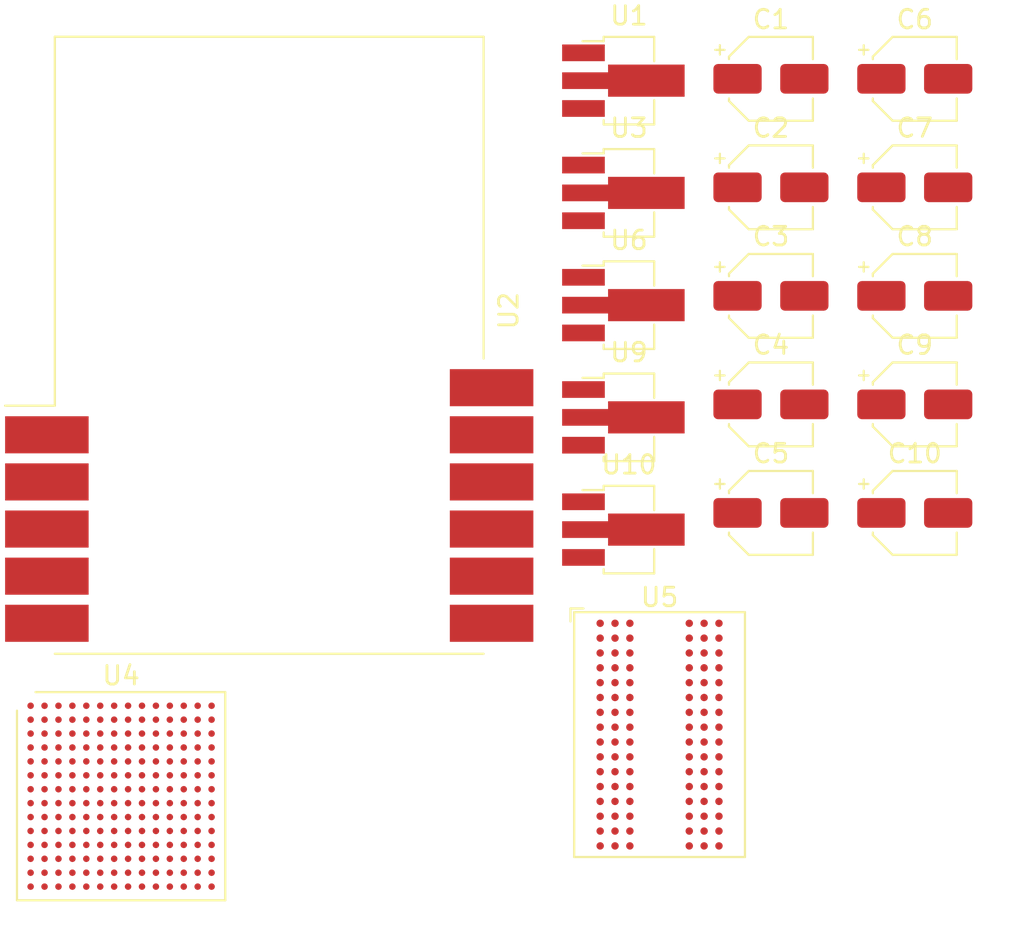
<source format=kicad_pcb>
(kicad_pcb (version 20221018) (generator pcbnew)
  (layers (0 "F.Cu" signal) (31 "B.Cu" signal) (34 "B.Paste" user) (35 "F.Paste" user) (36 "B.SilkS" user "B.Silkscreen") (37 "F.SilkS" user "F.Silkscreen") (38 "B.Mask" user) (39 "F.Mask" user) (44 "Edge.Cuts" user))
  (net 0 "")
  (net 12 "Net-(U3-VI)")
  (net 13 "Earth")
  (net 14 "1v2")
  (net 15 "Net-(U6-VI)")
  (net 16 "1v5_DDR")
  (net 17 "2v5_VDDFUSE")
  (net 18 "3v3")
  (net 19 "Net-(U9-VI)")
  (net 20 "1v2_VCORE")
  (net 54 "Net-(U4F-GNDIODDR-PadC7)")
  (net 67 "Net-(U4E-VDDIOP0-PadD7)")
  (net 77 "Net-(U4E-GNDIOP0-PadE4)")
  (net 80 "Net-(U4E-VDDCORE-PadE8)")
  (net 90 "Net-(U4E-GNDCORE-PadF8)")
  (net 105 "Net-(U4E-VDDANA-PadH2)")
  (net 113 "Net-(U4E-GNDANA-PadJ2)")
  (net 127 "Net-(U4E-VDDIOP1-PadK8)")
  (net 128 "Net-(U4E-GNDIOP1-PadK9)")
  (net 191 "Net-(U5-VSS-PadA9)")
  (net 192 "Net-(U5-VSSQ-PadB1)")
  (net 245 "Net-(U1-VI)")
  (net 246 "Net-(U10-VI)")
  (footprint "Package_TO_SOT_SMD:SOT-89-3_Handsoldering" (layer "F.Cu") (at 33.885 8.575)
    (fp_text reference "U3" (at 0 -3.5) (layer "F.SilkS"))
    (fp_text value "AZ1117-1.2")
    (pad "1" smd rect (at -2.45 -1.5) (size 2.3 0.9) (layers "F.Cu" "F.Paste" "F.Mask") (net 13 "Earth"))
    (pad "2" smd custom (at -2.3625 0) (size 2.475 0.9) (layers "F.Cu" "F.Paste" "F.Mask") (net 14 "1v2") (options (clearance outline) (anchor rect)) (primitives (gr_poly (pts (xy 5.3625 0.8665) (xy 1.2375 0.8665) (xy 1.2375 -0.8665) (xy 5.3625 -0.8665)) (width 0) (fill yes))))
    (pad "3" smd rect (at -2.45 1.5) (size 2.3 0.9) (layers "F.Cu" "F.Paste" "F.Mask") (net 12 "Net-(U3-VI)"))
  )
  (footprint "Package_TO_SOT_SMD:SOT-89-3_Handsoldering" (layer "F.Cu") (at 33.885 20.675)
    (fp_text reference "U9" (at 0 -3.5) (layer "F.SilkS"))
    (fp_text value "AZ1117-1.5")
    (pad "1" smd rect (at -2.45 -1.5) (size 2.3 0.9) (layers "F.Cu" "F.Paste" "F.Mask") (net 13 "Earth"))
    (pad "2" smd custom (at -2.3625 0) (size 2.475 0.9) (layers "F.Cu" "F.Paste" "F.Mask") (net 16 "1v5_DDR") (options (clearance outline) (anchor rect)) (primitives (gr_poly (pts (xy 5.3625 0.8665) (xy 1.2375 0.8665) (xy 1.2375 -0.8665) (xy 5.3625 -0.8665)) (width 0) (fill yes))))
    (pad "3" smd rect (at -2.45 1.5) (size 2.3 0.9) (layers "F.Cu" "F.Paste" "F.Mask") (net 19 "Net-(U9-VI)"))
  )
  (footprint "Package_BGA:BGA-96_9.0x13.0mm_Layout2x3x16_P0.8mm" (layer "F.Cu") (at 35.535 37.775)
    (fp_text reference "U5" (at 0 -7.4) (layer "F.SilkS"))
    (fp_text value "AS4C256M16D3")
    (pad "A1" smd circle (at -3.2 -6) (size 0.4 0.4) (layers "F.Cu" "F.Paste" "F.Mask") (net 16 "1v5_DDR"))
    (pad "A2" smd circle (at -2.4 -6) (size 0.4 0.4) (layers "F.Cu" "F.Paste" "F.Mask"))
    (pad "A3" smd circle (at -1.6 -6) (size 0.4 0.4) (layers "F.Cu" "F.Paste" "F.Mask"))
    (pad "A7" smd circle (at 1.6 -6) (size 0.4 0.4) (layers "F.Cu" "F.Paste" "F.Mask"))
    (pad "A8" smd circle (at 2.4 -6) (size 0.4 0.4) (layers "F.Cu" "F.Paste" "F.Mask") (net 16 "1v5_DDR"))
    (pad "A9" smd circle (at 3.2 -6) (size 0.4 0.4) (layers "F.Cu" "F.Paste" "F.Mask") (net 191 "Net-(U5-VSS-PadA9)"))
    (pad "B1" smd circle (at -3.2 -5.2) (size 0.4 0.4) (layers "F.Cu" "F.Paste" "F.Mask") (net 192 "Net-(U5-VSSQ-PadB1)"))
    (pad "B2" smd circle (at -2.4 -5.2) (size 0.4 0.4) (layers "F.Cu" "F.Paste" "F.Mask") (net 16 "1v5_DDR"))
    (pad "B3" smd circle (at -1.6 -5.2) (size 0.4 0.4) (layers "F.Cu" "F.Paste" "F.Mask") (net 191 "Net-(U5-VSS-PadA9)"))
    (pad "B7" smd circle (at 1.6 -5.2) (size 0.4 0.4) (layers "F.Cu" "F.Paste" "F.Mask"))
    (pad "B8" smd circle (at 2.4 -5.2) (size 0.4 0.4) (layers "F.Cu" "F.Paste" "F.Mask"))
    (pad "B9" smd circle (at 3.2 -5.2) (size 0.4 0.4) (layers "F.Cu" "F.Paste" "F.Mask") (net 192 "Net-(U5-VSSQ-PadB1)"))
    (pad "C1" smd circle (at -3.2 -4.4) (size 0.4 0.4) (layers "F.Cu" "F.Paste" "F.Mask") (net 16 "1v5_DDR"))
    (pad "C2" smd circle (at -2.4 -4.4) (size 0.4 0.4) (layers "F.Cu" "F.Paste" "F.Mask"))
    (pad "C3" smd circle (at -1.6 -4.4) (size 0.4 0.4) (layers "F.Cu" "F.Paste" "F.Mask"))
    (pad "C7" smd circle (at 1.6 -4.4) (size 0.4 0.4) (layers "F.Cu" "F.Paste" "F.Mask"))
    (pad "C8" smd circle (at 2.4 -4.4) (size 0.4 0.4) (layers "F.Cu" "F.Paste" "F.Mask"))
    (pad "C9" smd circle (at 3.2 -4.4) (size 0.4 0.4) (layers "F.Cu" "F.Paste" "F.Mask") (net 16 "1v5_DDR"))
    (pad "D1" smd circle (at -3.2 -3.6) (size 0.4 0.4) (layers "F.Cu" "F.Paste" "F.Mask") (net 192 "Net-(U5-VSSQ-PadB1)"))
    (pad "D2" smd circle (at -2.4 -3.6) (size 0.4 0.4) (layers "F.Cu" "F.Paste" "F.Mask") (net 16 "1v5_DDR"))
    (pad "D3" smd circle (at -1.6 -3.6) (size 0.4 0.4) (layers "F.Cu" "F.Paste" "F.Mask"))
    (pad "D7" smd circle (at 1.6 -3.6) (size 0.4 0.4) (layers "F.Cu" "F.Paste" "F.Mask"))
    (pad "D8" smd circle (at 2.4 -3.6) (size 0.4 0.4) (layers "F.Cu" "F.Paste" "F.Mask") (net 192 "Net-(U5-VSSQ-PadB1)"))
    (pad "D9" smd circle (at 3.2 -3.6) (size 0.4 0.4) (layers "F.Cu" "F.Paste" "F.Mask") (net 16 "1v5_DDR"))
    (pad "E1" smd circle (at -3.2 -2.8) (size 0.4 0.4) (layers "F.Cu" "F.Paste" "F.Mask") (net 191 "Net-(U5-VSS-PadA9)"))
    (pad "E2" smd circle (at -2.4 -2.8) (size 0.4 0.4) (layers "F.Cu" "F.Paste" "F.Mask") (net 192 "Net-(U5-VSSQ-PadB1)"))
    (pad "E3" smd circle (at -1.6 -2.8) (size 0.4 0.4) (layers "F.Cu" "F.Paste" "F.Mask"))
    (pad "E7" smd circle (at 1.6 -2.8) (size 0.4 0.4) (layers "F.Cu" "F.Paste" "F.Mask"))
    (pad "E8" smd circle (at 2.4 -2.8) (size 0.4 0.4) (layers "F.Cu" "F.Paste" "F.Mask") (net 192 "Net-(U5-VSSQ-PadB1)"))
    (pad "E9" smd circle (at 3.2 -2.8) (size 0.4 0.4) (layers "F.Cu" "F.Paste" "F.Mask") (net 16 "1v5_DDR"))
    (pad "F1" smd circle (at -3.2 -2) (size 0.4 0.4) (layers "F.Cu" "F.Paste" "F.Mask") (net 16 "1v5_DDR"))
    (pad "F2" smd circle (at -2.4 -2) (size 0.4 0.4) (layers "F.Cu" "F.Paste" "F.Mask"))
    (pad "F3" smd circle (at -1.6 -2) (size 0.4 0.4) (layers "F.Cu" "F.Paste" "F.Mask"))
    (pad "F7" smd circle (at 1.6 -2) (size 0.4 0.4) (layers "F.Cu" "F.Paste" "F.Mask"))
    (pad "F8" smd circle (at 2.4 -2) (size 0.4 0.4) (layers "F.Cu" "F.Paste" "F.Mask"))
    (pad "F9" smd circle (at 3.2 -2) (size 0.4 0.4) (layers "F.Cu" "F.Paste" "F.Mask") (net 192 "Net-(U5-VSSQ-PadB1)"))
    (pad "G1" smd circle (at -3.2 -1.2) (size 0.4 0.4) (layers "F.Cu" "F.Paste" "F.Mask") (net 192 "Net-(U5-VSSQ-PadB1)"))
    (pad "G2" smd circle (at -2.4 -1.2) (size 0.4 0.4) (layers "F.Cu" "F.Paste" "F.Mask"))
    (pad "G3" smd circle (at -1.6 -1.2) (size 0.4 0.4) (layers "F.Cu" "F.Paste" "F.Mask"))
    (pad "G7" smd circle (at 1.6 -1.2) (size 0.4 0.4) (layers "F.Cu" "F.Paste" "F.Mask") (net 16 "1v5_DDR"))
    (pad "G8" smd circle (at 2.4 -1.2) (size 0.4 0.4) (layers "F.Cu" "F.Paste" "F.Mask") (net 191 "Net-(U5-VSS-PadA9)"))
    (pad "G9" smd circle (at 3.2 -1.2) (size 0.4 0.4) (layers "F.Cu" "F.Paste" "F.Mask") (net 192 "Net-(U5-VSSQ-PadB1)"))
    (pad "H1" smd circle (at -3.2 -0.4) (size 0.4 0.4) (layers "F.Cu" "F.Paste" "F.Mask") (net 16 "1v5_DDR"))
    (pad "H2" smd circle (at -2.4 -0.4) (size 0.4 0.4) (layers "F.Cu" "F.Paste" "F.Mask") (net 16 "1v5_DDR"))
    (pad "H3" smd circle (at -1.6 -0.4) (size 0.4 0.4) (layers "F.Cu" "F.Paste" "F.Mask"))
    (pad "H7" smd circle (at 1.6 -0.4) (size 0.4 0.4) (layers "F.Cu" "F.Paste" "F.Mask"))
    (pad "H8" smd circle (at 2.4 -0.4) (size 0.4 0.4) (layers "F.Cu" "F.Paste" "F.Mask"))
    (pad "H9" smd circle (at 3.2 -0.4) (size 0.4 0.4) (layers "F.Cu" "F.Paste" "F.Mask") (net 16 "1v5_DDR"))
    (pad "J1" smd circle (at -3.2 0.4) (size 0.4 0.4) (layers "F.Cu" "F.Paste" "F.Mask"))
    (pad "J2" smd circle (at -2.4 0.4) (size 0.4 0.4) (layers "F.Cu" "F.Paste" "F.Mask") (net 191 "Net-(U5-VSS-PadA9)"))
    (pad "J3" smd circle (at -1.6 0.4) (size 0.4 0.4) (layers "F.Cu" "F.Paste" "F.Mask"))
    (pad "J7" smd circle (at 1.6 0.4) (size 0.4 0.4) (layers "F.Cu" "F.Paste" "F.Mask"))
    (pad "J8" smd circle (at 2.4 0.4) (size 0.4 0.4) (layers "F.Cu" "F.Paste" "F.Mask") (net 191 "Net-(U5-VSS-PadA9)"))
    (pad "J9" smd circle (at 3.2 0.4) (size 0.4 0.4) (layers "F.Cu" "F.Paste" "F.Mask"))
    (pad "K1" smd circle (at -3.2 1.2) (size 0.4 0.4) (layers "F.Cu" "F.Paste" "F.Mask"))
    (pad "K2" smd circle (at -2.4 1.2) (size 0.4 0.4) (layers "F.Cu" "F.Paste" "F.Mask") (net 16 "1v5_DDR"))
    (pad "K3" smd circle (at -1.6 1.2) (size 0.4 0.4) (layers "F.Cu" "F.Paste" "F.Mask"))
    (pad "K7" smd circle (at 1.6 1.2) (size 0.4 0.4) (layers "F.Cu" "F.Paste" "F.Mask"))
    (pad "K8" smd circle (at 2.4 1.2) (size 0.4 0.4) (layers "F.Cu" "F.Paste" "F.Mask") (net 16 "1v5_DDR"))
    (pad "K9" smd circle (at 3.2 1.2) (size 0.4 0.4) (layers "F.Cu" "F.Paste" "F.Mask"))
    (pad "L1" smd circle (at -3.2 2) (size 0.4 0.4) (layers "F.Cu" "F.Paste" "F.Mask"))
    (pad "L2" smd circle (at -2.4 2) (size 0.4 0.4) (layers "F.Cu" "F.Paste" "F.Mask"))
    (pad "L3" smd circle (at -1.6 2) (size 0.4 0.4) (layers "F.Cu" "F.Paste" "F.Mask"))
    (pad "L7" smd circle (at 1.6 2) (size 0.4 0.4) (layers "F.Cu" "F.Paste" "F.Mask"))
    (pad "L8" smd circle (at 2.4 2) (size 0.4 0.4) (layers "F.Cu" "F.Paste" "F.Mask"))
    (pad "L9" smd circle (at 3.2 2) (size 0.4 0.4) (layers "F.Cu" "F.Paste" "F.Mask"))
    (pad "M1" smd circle (at -3.2 2.8) (size 0.4 0.4) (layers "F.Cu" "F.Paste" "F.Mask") (net 191 "Net-(U5-VSS-PadA9)"))
    (pad "M2" smd circle (at -2.4 2.8) (size 0.4 0.4) (layers "F.Cu" "F.Paste" "F.Mask"))
    (pad "M3" smd circle (at -1.6 2.8) (size 0.4 0.4) (layers "F.Cu" "F.Paste" "F.Mask"))
    (pad "M7" smd circle (at 1.6 2.8) (size 0.4 0.4) (layers "F.Cu" "F.Paste" "F.Mask"))
    (pad "M8" smd circle (at 2.4 2.8) (size 0.4 0.4) (layers "F.Cu" "F.Paste" "F.Mask") (net 16 "1v5_DDR"))
    (pad "M9" smd circle (at 3.2 2.8) (size 0.4 0.4) (layers "F.Cu" "F.Paste" "F.Mask") (net 191 "Net-(U5-VSS-PadA9)"))
    (pad "N1" smd circle (at -3.2 3.6) (size 0.4 0.4) (layers "F.Cu" "F.Paste" "F.Mask") (net 16 "1v5_DDR"))
    (pad "N2" smd circle (at -2.4 3.6) (size 0.4 0.4) (layers "F.Cu" "F.Paste" "F.Mask"))
    (pad "N3" smd circle (at -1.6 3.6) (size 0.4 0.4) (layers "F.Cu" "F.Paste" "F.Mask"))
    (pad "N7" smd circle (at 1.6 3.6) (size 0.4 0.4) (layers "F.Cu" "F.Paste" "F.Mask"))
    (pad "N8" smd circle (at 2.4 3.6) (size 0.4 0.4) (layers "F.Cu" "F.Paste" "F.Mask"))
    (pad "N9" smd circle (at 3.2 3.6) (size 0.4 0.4) (layers "F.Cu" "F.Paste" "F.Mask") (net 16 "1v5_DDR"))
    (pad "P1" smd circle (at -3.2 4.4) (size 0.4 0.4) (layers "F.Cu" "F.Paste" "F.Mask") (net 191 "Net-(U5-VSS-PadA9)"))
    (pad "P2" smd circle (at -2.4 4.4) (size 0.4 0.4) (layers "F.Cu" "F.Paste" "F.Mask"))
    (pad "P3" smd circle (at -1.6 4.4) (size 0.4 0.4) (layers "F.Cu" "F.Paste" "F.Mask"))
    (pad "P7" smd circle (at 1.6 4.4) (size 0.4 0.4) (layers "F.Cu" "F.Paste" "F.Mask"))
    (pad "P8" smd circle (at 2.4 4.4) (size 0.4 0.4) (layers "F.Cu" "F.Paste" "F.Mask"))
    (pad "P9" smd circle (at 3.2 4.4) (size 0.4 0.4) (layers "F.Cu" "F.Paste" "F.Mask") (net 191 "Net-(U5-VSS-PadA9)"))
    (pad "R1" smd circle (at -3.2 5.2) (size 0.4 0.4) (layers "F.Cu" "F.Paste" "F.Mask") (net 16 "1v5_DDR"))
    (pad "R2" smd circle (at -2.4 5.2) (size 0.4 0.4) (layers "F.Cu" "F.Paste" "F.Mask"))
    (pad "R3" smd circle (at -1.6 5.2) (size 0.4 0.4) (layers "F.Cu" "F.Paste" "F.Mask"))
    (pad "R7" smd circle (at 1.6 5.2) (size 0.4 0.4) (layers "F.Cu" "F.Paste" "F.Mask"))
    (pad "R8" smd circle (at 2.4 5.2) (size 0.4 0.4) (layers "F.Cu" "F.Paste" "F.Mask"))
    (pad "R9" smd circle (at 3.2 5.2) (size 0.4 0.4) (layers "F.Cu" "F.Paste" "F.Mask") (net 16 "1v5_DDR"))
    (pad "T1" smd circle (at -3.2 6) (size 0.4 0.4) (layers "F.Cu" "F.Paste" "F.Mask") (net 191 "Net-(U5-VSS-PadA9)"))
    (pad "T2" smd circle (at -2.4 6) (size 0.4 0.4) (layers "F.Cu" "F.Paste" "F.Mask"))
    (pad "T3" smd circle (at -1.6 6) (size 0.4 0.4) (layers "F.Cu" "F.Paste" "F.Mask"))
    (pad "T7" smd circle (at 1.6 6) (size 0.4 0.4) (layers "F.Cu" "F.Paste" "F.Mask"))
    (pad "T8" smd circle (at 2.4 6) (size 0.4 0.4) (layers "F.Cu" "F.Paste" "F.Mask"))
    (pad "T9" smd circle (at 3.2 6) (size 0.4 0.4) (layers "F.Cu" "F.Paste" "F.Mask") (net 191 "Net-(U5-VSS-PadA9)"))
  )
  (footprint "Capacitor_SMD:CP_Elec_4x5.7" (layer "F.Cu") (at 49.285 19.975)
    (fp_text reference "C9" (at 0 -3.2) (layer "F.SilkS"))
    (fp_text value "C_Polarized_US")
    (pad "1" smd roundrect (at -1.8 0) (size 2.6 1.6) (layers "F.Cu" "F.Paste" "F.Mask") (roundrect_rratio 0.15625) (net 246 "Net-(U10-VI)"))
    (pad "2" smd roundrect (at 1.8 0) (size 2.6 1.6) (layers "F.Cu" "F.Paste" "F.Mask") (roundrect_rratio 0.15625) (net 13 "Earth"))
  )
  (footprint "Capacitor_SMD:CP_Elec_4x5.7" (layer "F.Cu") (at 41.535 2.425)
    (fp_text reference "C1" (at 0 -3.2) (layer "F.SilkS"))
    (fp_text value "C_Polarized_US")
    (pad "1" smd roundrect (at -1.8 0) (size 2.6 1.6) (layers "F.Cu" "F.Paste" "F.Mask") (roundrect_rratio 0.15625) (net 12 "Net-(U3-VI)"))
    (pad "2" smd roundrect (at 1.8 0) (size 2.6 1.6) (layers "F.Cu" "F.Paste" "F.Mask") (roundrect_rratio 0.15625) (net 13 "Earth"))
  )
  (footprint "Package_TO_SOT_SMD:SOT-89-3_Handsoldering" (layer "F.Cu") (at 33.885 26.725)
    (fp_text reference "U10" (at 0 -3.5) (layer "F.SilkS"))
    (fp_text value "AZ1117-1.2")
    (pad "1" smd rect (at -2.45 -1.5) (size 2.3 0.9) (layers "F.Cu" "F.Paste" "F.Mask") (net 13 "Earth"))
    (pad "2" smd custom (at -2.3625 0) (size 2.475 0.9) (layers "F.Cu" "F.Paste" "F.Mask") (net 20 "1v2_VCORE") (options (clearance outline) (anchor rect)) (primitives (gr_poly (pts (xy 5.3625 0.8665) (xy 1.2375 0.8665) (xy 1.2375 -0.8665) (xy 5.3625 -0.8665)) (width 0) (fill yes))))
    (pad "3" smd rect (at -2.45 1.5) (size 2.3 0.9) (layers "F.Cu" "F.Paste" "F.Mask") (net 246 "Net-(U10-VI)"))
  )
  (footprint "Capacitor_SMD:CP_Elec_4x5.7" (layer "F.Cu") (at 49.285 8.275)
    (fp_text reference "C7" (at 0 -3.2) (layer "F.SilkS"))
    (fp_text value "C_Polarized_US")
    (pad "1" smd roundrect (at -1.8 0) (size 2.6 1.6) (layers "F.Cu" "F.Paste" "F.Mask") (roundrect_rratio 0.15625) (net 245 "Net-(U1-VI)"))
    (pad "2" smd roundrect (at 1.8 0) (size 2.6 1.6) (layers "F.Cu" "F.Paste" "F.Mask") (roundrect_rratio 0.15625) (net 13 "Earth"))
  )
  (footprint "RF_Module:MOD-nRF8001" (layer "F.Cu") (at 14.505 16.785)
    (fp_text reference "U2" (at 12.9 -1.86 -90) (layer "F.SilkS"))
    (fp_text value "MOD-nRF8001")
    (pad "1" smd rect (at -11.98 4.83 270) (size 2 4.5) (layers "F.Cu" "F.Paste" "F.Mask"))
    (pad "2" smd rect (at -11.98 7.37 270) (size 2 4.5) (layers "F.Cu" "F.Paste" "F.Mask"))
    (pad "3" smd rect (at -11.98 9.91 270) (size 2 4.5) (layers "F.Cu" "F.Paste" "F.Mask"))
    (pad "4" smd rect (at -11.98 12.45 270) (size 2 4.5) (layers "F.Cu" "F.Paste" "F.Mask"))
    (pad "5" smd rect (at -11.98 14.99 270) (size 2 4.5) (layers "F.Cu" "F.Paste" "F.Mask"))
    (pad "6" smd rect (at 11.98 14.99 270) (size 2 4.5) (layers "F.Cu" "F.Paste" "F.Mask"))
    (pad "7" smd rect (at 11.98 12.45 270) (size 2 4.5) (layers "F.Cu" "F.Paste" "F.Mask"))
    (pad "8" smd rect (at 11.98 9.91 270) (size 2 4.5) (layers "F.Cu" "F.Paste" "F.Mask"))
    (pad "9" smd rect (at 11.98 7.37 270) (size 2 4.5) (layers "F.Cu" "F.Paste" "F.Mask"))
    (pad "10" smd rect (at 11.98 4.83 270) (size 2 4.5) (layers "F.Cu" "F.Paste" "F.Mask"))
    (pad "11" smd rect (at 11.98 2.29 270) (size 2 4.5) (layers "F.Cu" "F.Paste" "F.Mask"))
  )
  (footprint "Capacitor_SMD:CP_Elec_4x5.7" (layer "F.Cu") (at 41.535 25.825)
    (fp_text reference "C5" (at 0 -3.2) (layer "F.SilkS"))
    (fp_text value "C_Polarized_US")
    (pad "1" smd roundrect (at -1.8 0) (size 2.6 1.6) (layers "F.Cu" "F.Paste" "F.Mask") (roundrect_rratio 0.15625) (net 15 "Net-(U6-VI)"))
    (pad "2" smd roundrect (at 1.8 0) (size 2.6 1.6) (layers "F.Cu" "F.Paste" "F.Mask") (roundrect_rratio 0.15625) (net 13 "Earth"))
  )
  (footprint "Package_TO_SOT_SMD:SOT-89-3_Handsoldering" (layer "F.Cu") (at 33.885 14.625)
    (fp_text reference "U6" (at 0 -3.5) (layer "F.SilkS"))
    (fp_text value "AZ1117-2.5")
    (pad "1" smd rect (at -2.45 -1.5) (size 2.3 0.9) (layers "F.Cu" "F.Paste" "F.Mask") (net 13 "Earth"))
    (pad "2" smd custom (at -2.3625 0) (size 2.475 0.9) (layers "F.Cu" "F.Paste" "F.Mask") (net 17 "2v5_VDDFUSE") (options (clearance outline) (anchor rect)) (primitives (gr_poly (pts (xy 5.3625 0.8665) (xy 1.2375 0.8665) (xy 1.2375 -0.8665) (xy 5.3625 -0.8665)) (width 0) (fill yes))))
    (pad "3" smd rect (at -2.45 1.5) (size 2.3 0.9) (layers "F.Cu" "F.Paste" "F.Mask") (net 15 "Net-(U6-VI)"))
  )
  (footprint "Package_TO_SOT_SMD:SOT-89-3_Handsoldering" (layer "F.Cu") (at 33.885 2.525)
    (fp_text reference "U1" (at 0 -3.5) (layer "F.SilkS"))
    (fp_text value "AZ1117-3.3")
    (pad "1" smd rect (at -2.45 -1.5) (size 2.3 0.9) (layers "F.Cu" "F.Paste" "F.Mask") (net 13 "Earth"))
    (pad "2" smd custom (at -2.3625 0) (size 2.475 0.9) (layers "F.Cu" "F.Paste" "F.Mask") (net 18 "3v3") (options (clearance outline) (anchor rect)) (primitives (gr_poly (pts (xy 5.3625 0.8665) (xy 1.2375 0.8665) (xy 1.2375 -0.8665) (xy 5.3625 -0.8665)) (width 0) (fill yes))))
    (pad "3" smd rect (at -2.45 1.5) (size 2.3 0.9) (layers "F.Cu" "F.Paste" "F.Mask") (net 245 "Net-(U1-VI)"))
  )
  (footprint "Capacitor_SMD:CP_Elec_4x5.7" (layer "F.Cu") (at 49.285 25.825)
    (fp_text reference "C10" (at 0 -3.2) (layer "F.SilkS"))
    (fp_text value "C_Polarized_US")
    (pad "1" smd roundrect (at -1.8 0) (size 2.6 1.6) (layers "F.Cu" "F.Paste" "F.Mask") (roundrect_rratio 0.15625) (net 20 "1v2_VCORE"))
    (pad "2" smd roundrect (at 1.8 0) (size 2.6 1.6) (layers "F.Cu" "F.Paste" "F.Mask") (roundrect_rratio 0.15625) (net 13 "Earth"))
  )
  (footprint "Capacitor_SMD:CP_Elec_4x5.7" (layer "F.Cu") (at 49.285 2.425)
    (fp_text reference "C6" (at 0 -3.2) (layer "F.SilkS"))
    (fp_text value "C_Polarized_US")
    (pad "1" smd roundrect (at -1.8 0) (size 2.6 1.6) (layers "F.Cu" "F.Paste" "F.Mask") (roundrect_rratio 0.15625) (net 17 "2v5_VDDFUSE"))
    (pad "2" smd roundrect (at 1.8 0) (size 2.6 1.6) (layers "F.Cu" "F.Paste" "F.Mask") (roundrect_rratio 0.15625) (net 13 "Earth"))
  )
  (footprint "Package_BGA:Microchip_TFBGA-196_11x11mm_Layout14x14_P0.75mm_SMD" (layer "F.Cu") (at 6.525 41.095)
    (fp_text reference "U4" (at 0 -6.5) (layer "F.SilkS"))
    (fp_text value "ATSAMA5D21")
    (pad "A1" smd circle (at -4.875 -4.875) (size 0.35 0.35) (layers "F.Cu" "F.Paste" "F.Mask"))
    (pad "A2" smd circle (at -4.125 -4.875) (size 0.35 0.35) (layers "F.Cu" "F.Paste" "F.Mask"))
    (pad "A3" smd circle (at -3.375 -4.875) (size 0.35 0.35) (layers "F.Cu" "F.Paste" "F.Mask"))
    (pad "A4" smd circle (at -2.625 -4.875) (size 0.35 0.35) (layers "F.Cu" "F.Paste" "F.Mask"))
    (pad "A5" smd circle (at -1.875 -4.875) (size 0.35 0.35) (layers "F.Cu" "F.Paste" "F.Mask"))
    (pad "A6" smd circle (at -1.125 -4.875) (size 0.35 0.35) (layers "F.Cu" "F.Paste" "F.Mask"))
    (pad "A7" smd circle (at -0.375 -4.875) (size 0.35 0.35) (layers "F.Cu" "F.Paste" "F.Mask"))
    (pad "A8" smd circle (at 0.375 -4.875) (size 0.35 0.35) (layers "F.Cu" "F.Paste" "F.Mask"))
    (pad "A9" smd circle (at 1.125 -4.875) (size 0.35 0.35) (layers "F.Cu" "F.Paste" "F.Mask"))
    (pad "A10" smd circle (at 1.875 -4.875) (size 0.35 0.35) (layers "F.Cu" "F.Paste" "F.Mask"))
    (pad "A11" smd circle (at 2.625 -4.875) (size 0.35 0.35) (layers "F.Cu" "F.Paste" "F.Mask"))
    (pad "A12" smd circle (at 3.375 -4.875) (size 0.35 0.35) (layers "F.Cu" "F.Paste" "F.Mask"))
    (pad "A13" smd circle (at 4.125 -4.875) (size 0.35 0.35) (layers "F.Cu" "F.Paste" "F.Mask"))
    (pad "A14" smd circle (at 4.875 -4.875) (size 0.35 0.35) (layers "F.Cu" "F.Paste" "F.Mask"))
    (pad "B1" smd circle (at -4.875 -4.125) (size 0.35 0.35) (layers "F.Cu" "F.Paste" "F.Mask"))
    (pad "B2" smd circle (at -4.125 -4.125) (size 0.35 0.35) (layers "F.Cu" "F.Paste" "F.Mask"))
    (pad "B3" smd circle (at -3.375 -4.125) (size 0.35 0.35) (layers "F.Cu" "F.Paste" "F.Mask"))
    (pad "B4" smd circle (at -2.625 -4.125) (size 0.35 0.35) (layers "F.Cu" "F.Paste" "F.Mask"))
    (pad "B5" smd circle (at -1.875 -4.125) (size 0.35 0.35) (layers "F.Cu" "F.Paste" "F.Mask"))
    (pad "B6" smd circle (at -1.125 -4.125) (size 0.35 0.35) (layers "F.Cu" "F.Paste" "F.Mask"))
    (pad "B7" smd circle (at -0.375 -4.125) (size 0.35 0.35) (layers "F.Cu" "F.Paste" "F.Mask"))
    (pad "B8" smd circle (at 0.375 -4.125) (size 0.35 0.35) (layers "F.Cu" "F.Paste" "F.Mask"))
    (pad "B9" smd circle (at 1.125 -4.125) (size 0.35 0.35) (layers "F.Cu" "F.Paste" "F.Mask"))
    (pad "B10" smd circle (at 1.875 -4.125) (size 0.35 0.35) (layers "F.Cu" "F.Paste" "F.Mask"))
    (pad "B11" smd circle (at 2.625 -4.125) (size 0.35 0.35) (layers "F.Cu" "F.Paste" "F.Mask"))
    (pad "B12" smd circle (at 3.375 -4.125) (size 0.35 0.35) (layers "F.Cu" "F.Paste" "F.Mask"))
    (pad "B13" smd circle (at 4.125 -4.125) (size 0.35 0.35) (layers "F.Cu" "F.Paste" "F.Mask"))
    (pad "B14" smd circle (at 4.875 -4.125) (size 0.35 0.35) (layers "F.Cu" "F.Paste" "F.Mask"))
    (pad "C1" smd circle (at -4.875 -3.375) (size 0.35 0.35) (layers "F.Cu" "F.Paste" "F.Mask"))
    (pad "C2" smd circle (at -4.125 -3.375) (size 0.35 0.35) (layers "F.Cu" "F.Paste" "F.Mask"))
    (pad "C3" smd circle (at -3.375 -3.375) (size 0.35 0.35) (layers "F.Cu" "F.Paste" "F.Mask"))
    (pad "C4" smd circle (at -2.625 -3.375) (size 0.35 0.35) (layers "F.Cu" "F.Paste" "F.Mask"))
    (pad "C5" smd circle (at -1.875 -3.375) (size 0.35 0.35) (layers "F.Cu" "F.Paste" "F.Mask"))
    (pad "C6" smd circle (at -1.125 -3.375) (size 0.35 0.35) (layers "F.Cu" "F.Paste" "F.Mask") (net 16 "1v5_DDR"))
    (pad "C7" smd circle (at -0.375 -3.375) (size 0.35 0.35) (layers "F.Cu" "F.Paste" "F.Mask") (net 54 "Net-(U4F-GNDIODDR-PadC7)"))
    (pad "C8" smd circle (at 0.375 -3.375) (size 0.35 0.35) (layers "F.Cu" "F.Paste" "F.Mask"))
    (pad "C9" smd circle (at 1.125 -3.375) (size 0.35 0.35) (layers "F.Cu" "F.Paste" "F.Mask"))
    (pad "C10" smd circle (at 1.875 -3.375) (size 0.35 0.35) (layers "F.Cu" "F.Paste" "F.Mask"))
    (pad "C11" smd circle (at 2.625 -3.375) (size 0.35 0.35) (layers "F.Cu" "F.Paste" "F.Mask"))
    (pad "C12" smd circle (at 3.375 -3.375) (size 0.35 0.35) (layers "F.Cu" "F.Paste" "F.Mask") (net 16 "1v5_DDR"))
    (pad "C13" smd circle (at 4.125 -3.375) (size 0.35 0.35) (layers "F.Cu" "F.Paste" "F.Mask"))
    (pad "C14" smd circle (at 4.875 -3.375) (size 0.35 0.35) (layers "F.Cu" "F.Paste" "F.Mask"))
    (pad "D1" smd circle (at -4.875 -2.625) (size 0.35 0.35) (layers "F.Cu" "F.Paste" "F.Mask"))
    (pad "D2" smd circle (at -4.125 -2.625) (size 0.35 0.35) (layers "F.Cu" "F.Paste" "F.Mask"))
    (pad "D3" smd circle (at -3.375 -2.625) (size 0.35 0.35) (layers "F.Cu" "F.Paste" "F.Mask"))
    (pad "D4" smd circle (at -2.625 -2.625) (size 0.35 0.35) (layers "F.Cu" "F.Paste" "F.Mask"))
    (pad "D5" smd circle (at -1.875 -2.625) (size 0.35 0.35) (layers "F.Cu" "F.Paste" "F.Mask"))
    (pad "D6" smd circle (at -1.125 -2.625) (size 0.35 0.35) (layers "F.Cu" "F.Paste" "F.Mask"))
    (pad "D7" smd circle (at -0.375 -2.625) (size 0.35 0.35) (layers "F.Cu" "F.Paste" "F.Mask") (net 67 "Net-(U4E-VDDIOP0-PadD7)"))
    (pad "D8" smd circle (at 0.375 -2.625) (size 0.35 0.35) (layers "F.Cu" "F.Paste" "F.Mask"))
    (pad "D9" smd circle (at 1.125 -2.625) (size 0.35 0.35) (layers "F.Cu" "F.Paste" "F.Mask"))
    (pad "D10" smd circle (at 1.875 -2.625) (size 0.35 0.35) (layers "F.Cu" "F.Paste" "F.Mask"))
    (pad "D11" smd circle (at 2.625 -2.625) (size 0.35 0.35) (layers "F.Cu" "F.Paste" "F.Mask"))
    (pad "D12" smd circle (at 3.375 -2.625) (size 0.35 0.35) (layers "F.Cu" "F.Paste" "F.Mask") (net 54 "Net-(U4F-GNDIODDR-PadC7)"))
    (pad "D13" smd circle (at 4.125 -2.625) (size 0.35 0.35) (layers "F.Cu" "F.Paste" "F.Mask"))
    (pad "D14" smd circle (at 4.875 -2.625) (size 0.35 0.35) (layers "F.Cu" "F.Paste" "F.Mask"))
    (pad "E1" smd circle (at -4.875 -1.875) (size 0.35 0.35) (layers "F.Cu" "F.Paste" "F.Mask"))
    (pad "E2" smd circle (at -4.125 -1.875) (size 0.35 0.35) (layers "F.Cu" "F.Paste" "F.Mask"))
    (pad "E3" smd circle (at -3.375 -1.875) (size 0.35 0.35) (layers "F.Cu" "F.Paste" "F.Mask"))
    (pad "E4" smd circle (at -2.625 -1.875) (size 0.35 0.35) (layers "F.Cu" "F.Paste" "F.Mask") (net 77 "Net-(U4E-GNDIOP0-PadE4)"))
    (pad "E5" smd circle (at -1.875 -1.875) (size 0.35 0.35) (layers "F.Cu" "F.Paste" "F.Mask"))
    (pad "E6" smd circle (at -1.125 -1.875) (size 0.35 0.35) (layers "F.Cu" "F.Paste" "F.Mask"))
    (pad "E7" smd circle (at -0.375 -1.875) (size 0.35 0.35) (layers "F.Cu" "F.Paste" "F.Mask") (net 77 "Net-(U4E-GNDIOP0-PadE4)"))
    (pad "E8" smd circle (at 0.375 -1.875) (size 0.35 0.35) (layers "F.Cu" "F.Paste" "F.Mask") (net 80 "Net-(U4E-VDDCORE-PadE8)"))
    (pad "E9" smd circle (at 1.125 -1.875) (size 0.35 0.35) (layers "F.Cu" "F.Paste" "F.Mask") (net 54 "Net-(U4F-GNDIODDR-PadC7)"))
    (pad "E10" smd circle (at 1.875 -1.875) (size 0.35 0.35) (layers "F.Cu" "F.Paste" "F.Mask") (net 16 "1v5_DDR"))
    (pad "E11" smd circle (at 2.625 -1.875) (size 0.35 0.35) (layers "F.Cu" "F.Paste" "F.Mask"))
    (pad "E12" smd circle (at 3.375 -1.875) (size 0.35 0.35) (layers "F.Cu" "F.Paste" "F.Mask") (net 16 "1v5_DDR"))
    (pad "E13" smd circle (at 4.125 -1.875) (size 0.35 0.35) (layers "F.Cu" "F.Paste" "F.Mask"))
    (pad "E14" smd circle (at 4.875 -1.875) (size 0.35 0.35) (layers "F.Cu" "F.Paste" "F.Mask"))
    (pad "F1" smd circle (at -4.875 -1.125) (size 0.35 0.35) (layers "F.Cu" "F.Paste" "F.Mask"))
    (pad "F2" smd circle (at -4.125 -1.125) (size 0.35 0.35) (layers "F.Cu" "F.Paste" "F.Mask"))
    (pad "F3" smd circle (at -3.375 -1.125) (size 0.35 0.35) (layers "F.Cu" "F.Paste" "F.Mask"))
    (pad "F4" smd circle (at -2.625 -1.125) (size 0.35 0.35) (layers "F.Cu" "F.Paste" "F.Mask") (net 67 "Net-(U4E-VDDIOP0-PadD7)"))
    (pad "F5" smd circle (at -1.875 -1.125) (size 0.35 0.35) (layers "F.Cu" "F.Paste" "F.Mask"))
    (pad "F6" smd circle (at -1.125 -1.125) (size 0.35 0.35) (layers "F.Cu" "F.Paste" "F.Mask"))
    (pad "F7" smd circle (at -0.375 -1.125) (size 0.35 0.35) (layers "F.Cu" "F.Paste" "F.Mask"))
    (pad "F8" smd circle (at 0.375 -1.125) (size 0.35 0.35) (layers "F.Cu" "F.Paste" "F.Mask") (net 90 "Net-(U4E-GNDCORE-PadF8)"))
    (pad "F9" smd circle (at 1.125 -1.125) (size 0.35 0.35) (layers "F.Cu" "F.Paste" "F.Mask"))
    (pad "F10" smd circle (at 1.875 -1.125) (size 0.35 0.35) (layers "F.Cu" "F.Paste" "F.Mask"))
    (pad "F11" smd circle (at 2.625 -1.125) (size 0.35 0.35) (layers "F.Cu" "F.Paste" "F.Mask"))
    (pad "F12" smd circle (at 3.375 -1.125) (size 0.35 0.35) (layers "F.Cu" "F.Paste" "F.Mask") (net 54 "Net-(U4F-GNDIODDR-PadC7)"))
    (pad "F13" smd circle (at 4.125 -1.125) (size 0.35 0.35) (layers "F.Cu" "F.Paste" "F.Mask"))
    (pad "F14" smd circle (at 4.875 -1.125) (size 0.35 0.35) (layers "F.Cu" "F.Paste" "F.Mask"))
    (pad "G1" smd circle (at -4.875 -0.375) (size 0.35 0.35) (layers "F.Cu" "F.Paste" "F.Mask"))
    (pad "G2" smd circle (at -4.125 -0.375) (size 0.35 0.35) (layers "F.Cu" "F.Paste" "F.Mask"))
    (pad "G3" smd circle (at -3.375 -0.375) (size 0.35 0.35) (layers "F.Cu" "F.Paste" "F.Mask"))
    (pad "G4" smd circle (at -2.625 -0.375) (size 0.35 0.35) (layers "F.Cu" "F.Paste" "F.Mask"))
    (pad "G5" smd circle (at -1.875 -0.375) (size 0.35 0.35) (layers "F.Cu" "F.Paste" "F.Mask"))
    (pad "G6" smd circle (at -1.125 -0.375) (size 0.35 0.35) (layers "F.Cu" "F.Paste" "F.Mask"))
    (pad "G7" smd circle (at -0.375 -0.375) (size 0.35 0.35) (layers "F.Cu" "F.Paste" "F.Mask") (net 90 "Net-(U4E-GNDCORE-PadF8)"))
    (pad "G8" smd circle (at 0.375 -0.375) (size 0.35 0.35) (layers "F.Cu" "F.Paste" "F.Mask") (net 80 "Net-(U4E-VDDCORE-PadE8)"))
    (pad "G9" smd circle (at 1.125 -0.375) (size 0.35 0.35) (layers "F.Cu" "F.Paste" "F.Mask") (net 90 "Net-(U4E-GNDCORE-PadF8)"))
    (pad "G10" smd circle (at 1.875 -0.375) (size 0.35 0.35) (layers "F.Cu" "F.Paste" "F.Mask") (net 16 "1v5_DDR"))
    (pad "G11" smd circle (at 2.625 -0.375) (size 0.35 0.35) (layers "F.Cu" "F.Paste" "F.Mask") (net 54 "Net-(U4F-GNDIODDR-PadC7)"))
    (pad "G12" smd circle (at 3.375 -0.375) (size 0.35 0.35) (layers "F.Cu" "F.Paste" "F.Mask") (net 16 "1v5_DDR"))
    (pad "G13" smd circle (at 4.125 -0.375) (size 0.35 0.35) (layers "F.Cu" "F.Paste" "F.Mask"))
    (pad "G14" smd circle (at 4.875 -0.375) (size 0.35 0.35) (layers "F.Cu" "F.Paste" "F.Mask"))
    (pad "H1" smd circle (at -4.875 0.375) (size 0.35 0.35) (layers "F.Cu" "F.Paste" "F.Mask"))
    (pad "H2" smd circle (at -4.125 0.375) (size 0.35 0.35) (layers "F.Cu" "F.Paste" "F.Mask") (net 105 "Net-(U4E-VDDANA-PadH2)"))
    (pad "H3" smd circle (at -3.375 0.375) (size 0.35 0.35) (layers "F.Cu" "F.Paste" "F.Mask"))
    (pad "H4" smd circle (at -2.625 0.375) (size 0.35 0.35) (layers "F.Cu" "F.Paste" "F.Mask"))
    (pad "H5" smd circle (at -1.875 0.375) (size 0.35 0.35) (layers "F.Cu" "F.Paste" "F.Mask"))
    (pad "H6" smd circle (at -1.125 0.375) (size 0.35 0.35) (layers "F.Cu" "F.Paste" "F.Mask"))
    (pad "H7" smd circle (at -0.375 0.375) (size 0.35 0.35) (layers "F.Cu" "F.Paste" "F.Mask") (net 90 "Net-(U4E-GNDCORE-PadF8)"))
    (pad "H8" smd circle (at 0.375 0.375) (size 0.35 0.35) (layers "F.Cu" "F.Paste" "F.Mask") (net 80 "Net-(U4E-VDDCORE-PadE8)"))
    (pad "H9" smd circle (at 1.125 0.375) (size 0.35 0.35) (layers "F.Cu" "F.Paste" "F.Mask") (net 80 "Net-(U4E-VDDCORE-PadE8)"))
    (pad "H10" smd circle (at 1.875 0.375) (size 0.35 0.35) (layers "F.Cu" "F.Paste" "F.Mask") (net 54 "Net-(U4F-GNDIODDR-PadC7)"))
    (pad "H11" smd circle (at 2.625 0.375) (size 0.35 0.35) (layers "F.Cu" "F.Paste" "F.Mask") (net 16 "1v5_DDR"))
    (pad "H12" smd circle (at 3.375 0.375) (size 0.35 0.35) (layers "F.Cu" "F.Paste" "F.Mask") (net 16 "1v5_DDR"))
    (pad "H13" smd circle (at 4.125 0.375) (size 0.35 0.35) (layers "F.Cu" "F.Paste" "F.Mask"))
    (pad "H14" smd circle (at 4.875 0.375) (size 0.35 0.35) (layers "F.Cu" "F.Paste" "F.Mask"))
    (pad "J1" smd circle (at -4.875 1.125) (size 0.35 0.35) (layers "F.Cu" "F.Paste" "F.Mask"))
    (pad "J2" smd circle (at -4.125 1.125) (size 0.35 0.35) (layers "F.Cu" "F.Paste" "F.Mask") (net 113 "Net-(U4E-GNDANA-PadJ2)"))
    (pad "J3" smd circle (at -3.375 1.125) (size 0.35 0.35) (layers "F.Cu" "F.Paste" "F.Mask"))
    (pad "J4" smd circle (at -2.625 1.125) (size 0.35 0.35) (layers "F.Cu" "F.Paste" "F.Mask") (net 90 "Net-(U4E-GNDCORE-PadF8)"))
    (pad "J5" smd circle (at -1.875 1.125) (size 0.35 0.35) (layers "F.Cu" "F.Paste" "F.Mask") (net 80 "Net-(U4E-VDDCORE-PadE8)"))
    (pad "J6" smd circle (at -1.125 1.125) (size 0.35 0.35) (layers "F.Cu" "F.Paste" "F.Mask"))
    (pad "J7" smd circle (at -0.375 1.125) (size 0.35 0.35) (layers "F.Cu" "F.Paste" "F.Mask"))
    (pad "J8" smd circle (at 0.375 1.125) (size 0.35 0.35) (layers "F.Cu" "F.Paste" "F.Mask"))
    (pad "J9" smd circle (at 1.125 1.125) (size 0.35 0.35) (layers "F.Cu" "F.Paste" "F.Mask"))
    (pad "J10" smd circle (at 1.875 1.125) (size 0.35 0.35) (layers "F.Cu" "F.Paste" "F.Mask") (net 16 "1v5_DDR"))
    (pad "J11" smd circle (at 2.625 1.125) (size 0.35 0.35) (layers "F.Cu" "F.Paste" "F.Mask") (net 54 "Net-(U4F-GNDIODDR-PadC7)"))
    (pad "J12" smd circle (at 3.375 1.125) (size 0.35 0.35) (layers "F.Cu" "F.Paste" "F.Mask"))
    (pad "J13" smd circle (at 4.125 1.125) (size 0.35 0.35) (layers "F.Cu" "F.Paste" "F.Mask"))
    (pad "J14" smd circle (at 4.875 1.125) (size 0.35 0.35) (layers "F.Cu" "F.Paste" "F.Mask"))
    (pad "K1" smd circle (at -4.875 1.875) (size 0.35 0.35) (layers "F.Cu" "F.Paste" "F.Mask"))
    (pad "K2" smd circle (at -4.125 1.875) (size 0.35 0.35) (layers "F.Cu" "F.Paste" "F.Mask"))
    (pad "K3" smd circle (at -3.375 1.875) (size 0.35 0.35) (layers "F.Cu" "F.Paste" "F.Mask") (net 105 "Net-(U4E-VDDANA-PadH2)"))
    (pad "K4" smd circle (at -2.625 1.875) (size 0.35 0.35) (layers "F.Cu" "F.Paste" "F.Mask") (net 113 "Net-(U4E-GNDANA-PadJ2)"))
    (pad "K5" smd circle (at -1.875 1.875) (size 0.35 0.35) (layers "F.Cu" "F.Paste" "F.Mask"))
    (pad "K6" smd circle (at -1.125 1.875) (size 0.35 0.35) (layers "F.Cu" "F.Paste" "F.Mask"))
    (pad "K7" smd circle (at -0.375 1.875) (size 0.35 0.35) (layers "F.Cu" "F.Paste" "F.Mask"))
    (pad "K8" smd circle (at 0.375 1.875) (size 0.35 0.35) (layers "F.Cu" "F.Paste" "F.Mask") (net 127 "Net-(U4E-VDDIOP1-PadK8)"))
    (pad "K9" smd circle (at 1.125 1.875) (size 0.35 0.35) (layers "F.Cu" "F.Paste" "F.Mask") (net 128 "Net-(U4E-GNDIOP1-PadK9)"))
    (pad "K10" smd circle (at 1.875 1.875) (size 0.35 0.35) (layers "F.Cu" "F.Paste" "F.Mask"))
    (pad "K11" smd circle (at 2.625 1.875) (size 0.35 0.35) (layers "F.Cu" "F.Paste" "F.Mask"))
    (pad "K12" smd circle (at 3.375 1.875) (size 0.35 0.35) (layers "F.Cu" "F.Paste" "F.Mask"))
    (pad "K13" smd circle (at 4.125 1.875) (size 0.35 0.35) (layers "F.Cu" "F.Paste" "F.Mask"))
    (pad "K14" smd circle (at 4.875 1.875) (size 0.35 0.35) (layers "F.Cu" "F.Paste" "F.Mask"))
    (pad "L1" smd circle (at -4.875 2.625) (size 0.35 0.35) (layers "F.Cu" "F.Paste" "F.Mask"))
    (pad "L2" smd circle (at -4.125 2.625) (size 0.35 0.35) (layers "F.Cu" "F.Paste" "F.Mask"))
    (pad "L3" smd circle (at -3.375 2.625) (size 0.35 0.35) (layers "F.Cu" "F.Paste" "F.Mask"))
    (pad "L4" smd circle (at -2.625 2.625) (size 0.35 0.35) (layers "F.Cu" "F.Paste" "F.Mask"))
    (pad "L5" smd circle (at -1.875 2.625) (size 0.35 0.35) (layers "F.Cu" "F.Paste" "F.Mask"))
    (pad "L6" smd circle (at -1.125 2.625) (size 0.35 0.35) (layers "F.Cu" "F.Paste" "F.Mask"))
    (pad "L7" smd circle (at -0.375 2.625) (size 0.35 0.35) (layers "F.Cu" "F.Paste" "F.Mask"))
    (pad "L8" smd circle (at 0.375 2.625) (size 0.35 0.35) (layers "F.Cu" "F.Paste" "F.Mask"))
    (pad "L9" smd circle (at 1.125 2.625) (size 0.35 0.35) (layers "F.Cu" "F.Paste" "F.Mask"))
    (pad "L10" smd circle (at 1.875 2.625) (size 0.35 0.35) (layers "F.Cu" "F.Paste" "F.Mask"))
    (pad "L11" smd circle (at 2.625 2.625) (size 0.35 0.35) (layers "F.Cu" "F.Paste" "F.Mask") (net 127 "Net-(U4E-VDDIOP1-PadK8)"))
    (pad "L12" smd circle (at 3.375 2.625) (size 0.35 0.35) (layers "F.Cu" "F.Paste" "F.Mask") (net 128 "Net-(U4E-GNDIOP1-PadK9)"))
    (pad "L13" smd circle (at 4.125 2.625) (size 0.35 0.35) (layers "F.Cu" "F.Paste" "F.Mask"))
    (pad "L14" smd circle (at 4.875 2.625) (size 0.35 0.35) (layers "F.Cu" "F.Paste" "F.Mask"))
    (pad "M1" smd circle (at -4.875 3.375) (size 0.35 0.35) (layers "F.Cu" "F.Paste" "F.Mask"))
    (pad "M2" smd circle (at -4.125 3.375) (size 0.35 0.35) (layers "F.Cu" "F.Paste" "F.Mask"))
    (pad "M3" smd circle (at -3.375 3.375) (size 0.35 0.35) (layers "F.Cu" "F.Paste" "F.Mask"))
    (pad "M4" smd circle (at -2.625 3.375) (size 0.35 0.35) (layers "F.Cu" "F.Paste" "F.Mask"))
    (pad "M5" smd circle (at -1.875 3.375) (size 0.35 0.35) (layers "F.Cu" "F.Paste" "F.Mask"))
    (pad "M6" smd circle (at -1.125 3.375) (size 0.35 0.35) (layers "F.Cu" "F.Paste" "F.Mask"))
    (pad "M7" smd circle (at -0.375 3.375) (size 0.35 0.35) (layers "F.Cu" "F.Paste" "F.Mask"))
    (pad "M8" smd circle (at 0.375 3.375) (size 0.35 0.35) (layers "F.Cu" "F.Paste" "F.Mask"))
    (pad "M9" smd circle (at 1.125 3.375) (size 0.35 0.35) (layers "F.Cu" "F.Paste" "F.Mask"))
    (pad "M10" smd circle (at 1.875 3.375) (size 0.35 0.35) (layers "F.Cu" "F.Paste" "F.Mask"))
    (pad "M11" smd circle (at 2.625 3.375) (size 0.35 0.35) (layers "F.Cu" "F.Paste" "F.Mask"))
    (pad "M12" smd circle (at 3.375 3.375) (size 0.35 0.35) (layers "F.Cu" "F.Paste" "F.Mask"))
    (pad "M13" smd circle (at 4.125 3.375) (size 0.35 0.35) (layers "F.Cu" "F.Paste" "F.Mask"))
    (pad "M14" smd circle (at 4.875 3.375) (size 0.35 0.35) (layers "F.Cu" "F.Paste" "F.Mask"))
    (pad "N1" smd circle (at -4.875 4.125) (size 0.35 0.35) (layers "F.Cu" "F.Paste" "F.Mask"))
    (pad "N2" smd circle (at -4.125 4.125) (size 0.35 0.35) (layers "F.Cu" "F.Paste" "F.Mask"))
    (pad "N3" smd circle (at -3.375 4.125) (size 0.35 0.35) (layers "F.Cu" "F.Paste" "F.Mask"))
    (pad "N4" smd circle (at -2.625 4.125) (size 0.35 0.35) (layers "F.Cu" "F.Paste" "F.Mask"))
    (pad "N5" smd circle (at -1.875 4.125) (size 0.35 0.35) (layers "F.Cu" "F.Paste" "F.Mask"))
    (pad "N6" smd circle (at -1.125 4.125) (size 0.35 0.35) (layers "F.Cu" "F.Paste" "F.Mask"))
    (pad "N7" smd circle (at -0.375 4.125) (size 0.35 0.35) (layers "F.Cu" "F.Paste" "F.Mask"))
    (pad "N8" smd circle (at 0.375 4.125) (size 0.35 0.35) (layers "F.Cu" "F.Paste" "F.Mask"))
    (pad "N9" smd circle (at 1.125 4.125) (size 0.35 0.35) (layers "F.Cu" "F.Paste" "F.Mask"))
    (pad "N10" smd circle (at 1.875 4.125) (size 0.35 0.35) (layers "F.Cu" "F.Paste" "F.Mask"))
    (pad "N11" smd circle (at 2.625 4.125) (size 0.35 0.35) (layers "F.Cu" "F.Paste" "F.Mask"))
    (pad "N12" smd circle (at 3.375 4.125) (size 0.35 0.35) (layers "F.Cu" "F.Paste" "F.Mask"))
    (pad "N13" smd circle (at 4.125 4.125) (size 0.35 0.35) (layers "F.Cu" "F.Paste" "F.Mask"))
    (pad "N14" smd circle (at 4.875 4.125) (size 0.35 0.35) (layers "F.Cu" "F.Paste" "F.Mask"))
    (pad "P1" smd circle (at -4.875 4.875) (size 0.35 0.35) (layers "F.Cu" "F.Paste" "F.Mask"))
    (pad "P2" smd circle (at -4.125 4.875) (size 0.35 0.35) (layers "F.Cu" "F.Paste" "F.Mask"))
    (pad "P3" smd circle (at -3.375 4.875) (size 0.35 0.35) (layers "F.Cu" "F.Paste" "F.Mask"))
    (pad "P4" smd circle (at -2.625 4.875) (size 0.35 0.35) (layers "F.Cu" "F.Paste" "F.Mask"))
    (pad "P5" smd circle (at -1.875 4.875) (size 0.35 0.35) (layers "F.Cu" "F.Paste" "F.Mask"))
    (pad "P6" smd circle (at -1.125 4.875) (size 0.35 0.35) (layers "F.Cu" "F.Paste" "F.Mask"))
    (pad "P7" smd circle (at -0.375 4.875) (size 0.35 0.35) (layers "F.Cu" "F.Paste" "F.Mask"))
    (pad "P8" smd circle (at 0.375 4.875) (size 0.35 0.35) (layers "F.Cu" "F.Paste" "F.Mask"))
    (pad "P9" smd circle (at 1.125 4.875) (size 0.35 0.35) (layers "F.Cu" "F.Paste" "F.Mask"))
    (pad "P10" smd circle (at 1.875 4.875) (size 0.35 0.35) (layers "F.Cu" "F.Paste" "F.Mask"))
    (pad "P11" smd circle (at 2.625 4.875) (size 0.35 0.35) (layers "F.Cu" "F.Paste" "F.Mask"))
    (pad "P12" smd circle (at 3.375 4.875) (size 0.35 0.35) (layers "F.Cu" "F.Paste" "F.Mask"))
    (pad "P13" smd circle (at 4.125 4.875) (size 0.35 0.35) (layers "F.Cu" "F.Paste" "F.Mask"))
    (pad "P14" smd circle (at 4.875 4.875) (size 0.35 0.35) (layers "F.Cu" "F.Paste" "F.Mask"))
  )
  (footprint "Capacitor_SMD:CP_Elec_4x5.7" (layer "F.Cu") (at 41.535 8.275)
    (fp_text reference "C2" (at 0 -3.2) (layer "F.SilkS"))
    (fp_text value "C_Polarized_US")
    (pad "1" smd roundrect (at -1.8 0) (size 2.6 1.6) (layers "F.Cu" "F.Paste" "F.Mask") (roundrect_rratio 0.15625) (net 14 "1v2"))
    (pad "2" smd roundrect (at 1.8 0) (size 2.6 1.6) (layers "F.Cu" "F.Paste" "F.Mask") (roundrect_rratio 0.15625) (net 13 "Earth"))
  )
  (footprint "Capacitor_SMD:CP_Elec_4x5.7" (layer "F.Cu") (at 41.535 19.975)
    (fp_text reference "C4" (at 0 -3.2) (layer "F.SilkS"))
    (fp_text value "C_Polarized_US")
    (pad "1" smd roundrect (at -1.8 0) (size 2.6 1.6) (layers "F.Cu" "F.Paste" "F.Mask") (roundrect_rratio 0.15625) (net 16 "1v5_DDR"))
    (pad "2" smd roundrect (at 1.8 0) (size 2.6 1.6) (layers "F.Cu" "F.Paste" "F.Mask") (roundrect_rratio 0.15625) (net 13 "Earth"))
  )
  (footprint "Capacitor_SMD:CP_Elec_4x5.7" (layer "F.Cu") (at 41.535 14.125)
    (fp_text reference "C3" (at 0 -3.2) (layer "F.SilkS"))
    (fp_text value "C_Polarized_US")
    (pad "1" smd roundrect (at -1.8 0) (size 2.6 1.6) (layers "F.Cu" "F.Paste" "F.Mask") (roundrect_rratio 0.15625) (net 19 "Net-(U9-VI)"))
    (pad "2" smd roundrect (at 1.8 0) (size 2.6 1.6) (layers "F.Cu" "F.Paste" "F.Mask") (roundrect_rratio 0.15625) (net 13 "Earth"))
  )
  (footprint "Capacitor_SMD:CP_Elec_4x5.7" (layer "F.Cu") (at 49.285 14.125)
    (fp_text reference "C8" (at 0 -3.2) (layer "F.SilkS"))
    (fp_text value "C_Polarized_US")
    (pad "1" smd roundrect (at -1.8 0) (size 2.6 1.6) (layers "F.Cu" "F.Paste" "F.Mask") (roundrect_rratio 0.15625) (net 18 "3v3"))
    (pad "2" smd roundrect (at 1.8 0) (size 2.6 1.6) (layers "F.Cu" "F.Paste" "F.Mask") (roundrect_rratio 0.15625) (net 13 "Earth"))
  )
)
</source>
